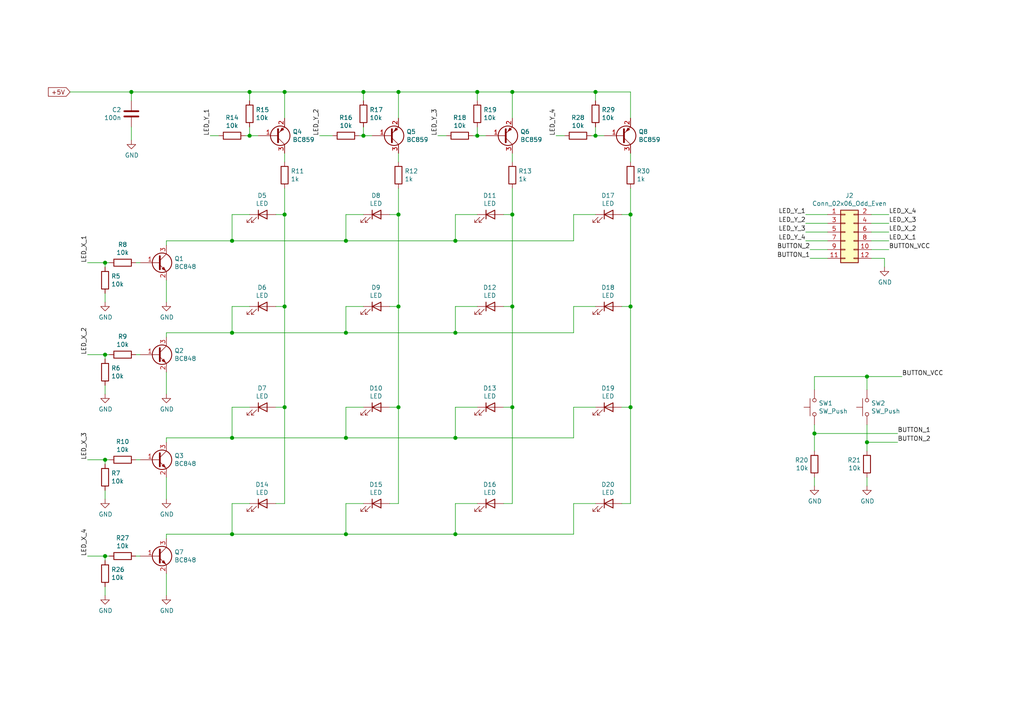
<source format=kicad_sch>
(kicad_sch (version 20210621) (generator eeschema)
  (paper "A4")
  (lib_symbols
    (symbol "Connector_Generic:Conn_02x06_Odd_Even" (pin_names (offset 1.016) hide)
      (property "Reference" "J" (at 1.27 7.62 0))
      (property "Value" "Conn_02x06_Odd_Even" (at 1.27 -10.16 0))
      (symbol "Conn_02x06_Odd_Even_1_1"
        (rectangle (start -1.27 -7.493) (end 0 -7.747) (stroke (width 0.1524)))
        (rectangle (start -1.27 -4.953) (end 0 -5.207) (stroke (width 0.1524)))
        (rectangle (start -1.27 -2.413) (end 0 -2.667) (stroke (width 0.1524)))
        (rectangle (start -1.27 0.127) (end 0 -0.127) (stroke (width 0.1524)))
        (rectangle (start -1.27 2.667) (end 0 2.413) (stroke (width 0.1524)))
        (rectangle (start -1.27 5.207) (end 0 4.953) (stroke (width 0.1524)))
        (rectangle (start 3.81 -7.493) (end 2.54 -7.747) (stroke (width 0.1524)))
        (rectangle (start 3.81 -4.953) (end 2.54 -5.207) (stroke (width 0.1524)))
        (rectangle (start 3.81 -2.413) (end 2.54 -2.667) (stroke (width 0.1524)))
        (rectangle (start 3.81 0.127) (end 2.54 -0.127) (stroke (width 0.1524)))
        (rectangle (start 3.81 2.667) (end 2.54 2.413) (stroke (width 0.1524)))
        (rectangle (start 3.81 5.207) (end 2.54 4.953) (stroke (width 0.1524)))
        (rectangle (start -1.27 6.35) (end 3.81 -8.89) (stroke (width 0.254)) (fill (type background)))
        (pin passive line (at -5.08 5.08 0) (length 3.81) (name "Pin_1") (number "1"))
        (pin passive line (at 7.62 -5.08 180) (length 3.81) (name "Pin_10") (number "10"))
        (pin passive line (at -5.08 -7.62 0) (length 3.81) (name "Pin_11") (number "11"))
        (pin passive line (at 7.62 -7.62 180) (length 3.81) (name "Pin_12") (number "12"))
        (pin passive line (at 7.62 5.08 180) (length 3.81) (name "Pin_2") (number "2"))
        (pin passive line (at -5.08 2.54 0) (length 3.81) (name "Pin_3") (number "3"))
        (pin passive line (at 7.62 2.54 180) (length 3.81) (name "Pin_4") (number "4"))
        (pin passive line (at -5.08 0 0) (length 3.81) (name "Pin_5") (number "5"))
        (pin passive line (at 7.62 0 180) (length 3.81) (name "Pin_6") (number "6"))
        (pin passive line (at -5.08 -2.54 0) (length 3.81) (name "Pin_7") (number "7"))
        (pin passive line (at 7.62 -2.54 180) (length 3.81) (name "Pin_8") (number "8"))
        (pin passive line (at -5.08 -5.08 0) (length 3.81) (name "Pin_9") (number "9"))
      )
    )
    (symbol "Device:C" (pin_numbers hide) (pin_names (offset 0.254))
      (property "Reference" "C" (at 0.635 2.54 0))
      (property "Value" "C" (at 0.635 -2.54 0))
      (symbol "C_0_1"
        (polyline (pts (xy -2.032 -0.762) (xy 2.032 -0.762)) (stroke (width 0.508)))
        (polyline (pts (xy -2.032 0.762) (xy 2.032 0.762)) (stroke (width 0.508)))
      )
      (symbol "C_1_1"
        (pin passive line (at 0 3.81 270) (length 2.794) (name "~") (number "1"))
        (pin passive line (at 0 -3.81 90) (length 2.794) (name "~") (number "2"))
      )
    )
    (symbol "Device:LED" (pin_numbers hide) (pin_names (offset 1.016) hide)
      (property "Reference" "D" (at 0 2.54 0))
      (property "Value" "LED" (at 0 -2.54 0))
      (symbol "LED_0_1"
        (polyline (pts (xy -1.27 -1.27) (xy -1.27 1.27)) (stroke (width 0.254)))
        (polyline (pts (xy -1.27 0) (xy 1.27 0)))
        (polyline (pts (xy 1.27 -1.27) (xy 1.27 1.27) (xy -1.27 0) (xy 1.27 -1.27)) (stroke (width 0.254)))
        (polyline (pts (xy -3.048 -0.762) (xy -4.572 -2.286) (xy -3.81 -2.286) (xy -4.572 -2.286) (xy -4.572 -1.524)))
        (polyline (pts (xy -1.778 -0.762) (xy -3.302 -2.286) (xy -2.54 -2.286) (xy -3.302 -2.286) (xy -3.302 -1.524)))
      )
      (symbol "LED_1_1"
        (pin passive line (at -3.81 0 0) (length 2.54) (name "K") (number "1"))
        (pin passive line (at 3.81 0 180) (length 2.54) (name "A") (number "2"))
      )
    )
    (symbol "Device:R" (pin_numbers hide) (pin_names (offset 0))
      (property "Reference" "R" (at 2.032 0 90))
      (property "Value" "R" (at 0 0 90))
      (symbol "R_0_1"
        (rectangle (start -1.016 -2.54) (end 1.016 2.54) (stroke (width 0.254)))
      )
      (symbol "R_1_1"
        (pin passive line (at 0 3.81 270) (length 1.27) (name "~") (number "1"))
        (pin passive line (at 0 -3.81 90) (length 1.27) (name "~") (number "2"))
      )
    )
    (symbol "Switch:SW_Push" (pin_numbers hide) (pin_names (offset 1.016) hide)
      (property "Reference" "SW" (at 1.27 2.54 0))
      (property "Value" "SW_Push" (at 0 -1.524 0))
      (symbol "SW_Push_0_1"
        (circle (center -2.032 0) (radius 0.508))
        (circle (center 2.032 0) (radius 0.508))
        (polyline (pts (xy 0 1.27) (xy 0 3.048)))
        (polyline (pts (xy 2.54 1.27) (xy -2.54 1.27)))
        (pin passive line (at -5.08 0 0) (length 2.54) (name "1") (number "1"))
        (pin passive line (at 5.08 0 180) (length 2.54) (name "2") (number "2"))
      )
    )
    (symbol "Transistor_BJT:BC848" (pin_names (offset 0) hide)
      (property "Reference" "Q" (at 5.08 1.905 0))
      (property "Value" "BC848" (at 5.08 0 0))
      (symbol "BC848_0_1"
        (circle (center 1.27 0) (radius 2.8194) (stroke (width 0.254)))
        (polyline (pts (xy 0.635 0.635) (xy 2.54 2.54)))
        (polyline (pts (xy 0.635 -0.635) (xy 2.54 -2.54) (xy 2.54 -2.54)))
        (polyline (pts (xy 0.635 1.905) (xy 0.635 -1.905) (xy 0.635 -1.905)) (stroke (width 0.508)))
        (polyline (pts (xy 1.27 -1.778) (xy 1.778 -1.27) (xy 2.286 -2.286) (xy 1.27 -1.778) (xy 1.27 -1.778)) (fill (type outline)))
      )
      (symbol "BC848_1_1"
        (pin input line (at -5.08 0 0) (length 5.715) (name "B") (number "1"))
        (pin passive line (at 2.54 -5.08 90) (length 2.54) (name "E") (number "2"))
        (pin passive line (at 2.54 5.08 270) (length 2.54) (name "C") (number "3"))
      )
    )
    (symbol "Transistor_BJT:BC859" (pin_names (offset 0) hide)
      (property "Reference" "Q" (at 5.08 1.905 0))
      (property "Value" "BC859" (at 5.08 0 0))
      (symbol "BC859_0_1"
        (circle (center 1.27 0) (radius 2.8194) (stroke (width 0.254)))
        (polyline (pts (xy 0.635 0.635) (xy 2.54 2.54)))
        (polyline (pts (xy 0.635 -0.635) (xy 2.54 -2.54) (xy 2.54 -2.54)))
        (polyline (pts (xy 0.635 1.905) (xy 0.635 -1.905) (xy 0.635 -1.905)) (stroke (width 0.508)))
        (polyline (pts (xy 2.286 -1.778) (xy 1.778 -2.286) (xy 1.27 -1.27) (xy 2.286 -1.778) (xy 2.286 -1.778)) (fill (type outline)))
      )
      (symbol "BC859_1_1"
        (pin input line (at -5.08 0 0) (length 5.715) (name "B") (number "1"))
        (pin passive line (at 2.54 -5.08 90) (length 2.54) (name "E") (number "2"))
        (pin passive line (at 2.54 5.08 270) (length 2.54) (name "C") (number "3"))
      )
    )
    (symbol "power:GND" (power) (pin_names (offset 0))
      (property "Value" "GND" (at 0 -3.81 0))
      (symbol "GND_0_1"
        (polyline (pts (xy 0 0) (xy 0 -1.27) (xy 1.27 -1.27) (xy 0 -2.54) (xy -1.27 -1.27) (xy 0 -1.27)))
      )
      (symbol "GND_1_1"
        (pin power_in line (at 0 0 270) (length 0) hide (name "GND") (number "1"))
      )
    )
  )
  (junction (at 30.48 76.2) (diameter 1.016))
  (junction (at 30.48 102.87) (diameter 1.016))
  (junction (at 30.48 133.35) (diameter 1.016))
  (junction (at 30.48 161.29) (diameter 1.016))
  (junction (at 38.1 26.67) (diameter 1.016))
  (junction (at 67.31 69.85) (diameter 1.016))
  (junction (at 67.31 96.52) (diameter 1.016))
  (junction (at 67.31 127) (diameter 1.016))
  (junction (at 67.31 154.94) (diameter 1.016))
  (junction (at 72.39 26.67) (diameter 1.016))
  (junction (at 72.39 39.37) (diameter 1.016))
  (junction (at 82.55 26.67) (diameter 1.016))
  (junction (at 82.55 62.23) (diameter 1.016))
  (junction (at 82.55 88.9) (diameter 1.016))
  (junction (at 82.55 118.11) (diameter 1.016))
  (junction (at 100.33 69.85) (diameter 1.016))
  (junction (at 100.33 96.52) (diameter 1.016))
  (junction (at 100.33 127) (diameter 1.016))
  (junction (at 100.33 154.94) (diameter 1.016))
  (junction (at 105.41 26.67) (diameter 1.016))
  (junction (at 105.41 39.37) (diameter 1.016))
  (junction (at 115.57 26.67) (diameter 1.016))
  (junction (at 115.57 62.23) (diameter 1.016))
  (junction (at 115.57 88.9) (diameter 1.016))
  (junction (at 115.57 118.11) (diameter 1.016))
  (junction (at 132.08 69.85) (diameter 1.016))
  (junction (at 132.08 96.52) (diameter 1.016))
  (junction (at 132.08 127) (diameter 1.016))
  (junction (at 132.08 154.94) (diameter 1.016))
  (junction (at 138.43 26.67) (diameter 1.016))
  (junction (at 138.43 39.37) (diameter 1.016))
  (junction (at 148.59 26.67) (diameter 1.016))
  (junction (at 148.59 62.23) (diameter 1.016))
  (junction (at 148.59 88.9) (diameter 1.016))
  (junction (at 148.59 118.11) (diameter 1.016))
  (junction (at 172.72 26.67) (diameter 1.016))
  (junction (at 172.72 39.37) (diameter 1.016))
  (junction (at 182.88 62.23) (diameter 1.016))
  (junction (at 182.88 88.9) (diameter 1.016))
  (junction (at 182.88 118.11) (diameter 1.016))
  (junction (at 236.22 125.73) (diameter 1.016))
  (junction (at 251.46 109.22) (diameter 1.016))
  (junction (at 251.46 128.27) (diameter 1.016))
  (wire (pts (xy 20.32 26.67) (xy 38.1 26.67)))
  (wire (pts (xy 30.48 76.2) (xy 25.4 76.2)))
  (wire (pts (xy 30.48 76.2) (xy 30.48 77.47)))
  (wire (pts (xy 30.48 85.09) (xy 30.48 87.63)))
  (wire (pts (xy 30.48 102.87) (xy 25.4 102.87)))
  (wire (pts (xy 30.48 102.87) (xy 30.48 104.14)))
  (wire (pts (xy 30.48 111.76) (xy 30.48 114.3)))
  (wire (pts (xy 30.48 133.35) (xy 25.4 133.35)))
  (wire (pts (xy 30.48 133.35) (xy 30.48 134.62)))
  (wire (pts (xy 30.48 142.24) (xy 30.48 144.78)))
  (wire (pts (xy 30.48 161.29) (xy 25.4 161.29)))
  (wire (pts (xy 30.48 161.29) (xy 30.48 162.56)))
  (wire (pts (xy 30.48 170.18) (xy 30.48 172.72)))
  (wire (pts (xy 31.75 76.2) (xy 30.48 76.2)))
  (wire (pts (xy 31.75 102.87) (xy 30.48 102.87)))
  (wire (pts (xy 31.75 133.35) (xy 30.48 133.35)))
  (wire (pts (xy 31.75 161.29) (xy 30.48 161.29)))
  (wire (pts (xy 38.1 26.67) (xy 72.39 26.67)))
  (wire (pts (xy 38.1 29.21) (xy 38.1 26.67)))
  (wire (pts (xy 38.1 36.83) (xy 38.1 40.64)))
  (wire (pts (xy 40.64 76.2) (xy 39.37 76.2)))
  (wire (pts (xy 40.64 102.87) (xy 39.37 102.87)))
  (wire (pts (xy 40.64 133.35) (xy 39.37 133.35)))
  (wire (pts (xy 40.64 161.29) (xy 39.37 161.29)))
  (wire (pts (xy 48.26 69.85) (xy 48.26 71.12)))
  (wire (pts (xy 48.26 69.85) (xy 67.31 69.85)))
  (wire (pts (xy 48.26 87.63) (xy 48.26 81.28)))
  (wire (pts (xy 48.26 96.52) (xy 48.26 97.79)))
  (wire (pts (xy 48.26 96.52) (xy 67.31 96.52)))
  (wire (pts (xy 48.26 114.3) (xy 48.26 107.95)))
  (wire (pts (xy 48.26 127) (xy 48.26 128.27)))
  (wire (pts (xy 48.26 127) (xy 67.31 127)))
  (wire (pts (xy 48.26 144.78) (xy 48.26 138.43)))
  (wire (pts (xy 48.26 154.94) (xy 48.26 156.21)))
  (wire (pts (xy 48.26 154.94) (xy 67.31 154.94)))
  (wire (pts (xy 48.26 172.72) (xy 48.26 166.37)))
  (wire (pts (xy 63.5 39.37) (xy 60.96 39.37)))
  (wire (pts (xy 67.31 62.23) (xy 67.31 69.85)))
  (wire (pts (xy 67.31 62.23) (xy 72.39 62.23)))
  (wire (pts (xy 67.31 88.9) (xy 67.31 96.52)))
  (wire (pts (xy 67.31 118.11) (xy 67.31 127)))
  (wire (pts (xy 67.31 118.11) (xy 72.39 118.11)))
  (wire (pts (xy 67.31 127) (xy 100.33 127)))
  (wire (pts (xy 67.31 146.05) (xy 67.31 154.94)))
  (wire (pts (xy 67.31 146.05) (xy 72.39 146.05)))
  (wire (pts (xy 67.31 154.94) (xy 100.33 154.94)))
  (wire (pts (xy 72.39 26.67) (xy 82.55 26.67)))
  (wire (pts (xy 72.39 29.21) (xy 72.39 26.67)))
  (wire (pts (xy 72.39 36.83) (xy 72.39 39.37)))
  (wire (pts (xy 72.39 39.37) (xy 71.12 39.37)))
  (wire (pts (xy 72.39 88.9) (xy 67.31 88.9)))
  (wire (pts (xy 74.93 39.37) (xy 72.39 39.37)))
  (wire (pts (xy 80.01 62.23) (xy 82.55 62.23)))
  (wire (pts (xy 80.01 88.9) (xy 82.55 88.9)))
  (wire (pts (xy 82.55 26.67) (xy 82.55 34.29)))
  (wire (pts (xy 82.55 26.67) (xy 105.41 26.67)))
  (wire (pts (xy 82.55 44.45) (xy 82.55 46.99)))
  (wire (pts (xy 82.55 54.61) (xy 82.55 62.23)))
  (wire (pts (xy 82.55 62.23) (xy 82.55 88.9)))
  (wire (pts (xy 82.55 88.9) (xy 82.55 118.11)))
  (wire (pts (xy 82.55 118.11) (xy 80.01 118.11)))
  (wire (pts (xy 82.55 118.11) (xy 82.55 146.05)))
  (wire (pts (xy 82.55 146.05) (xy 80.01 146.05)))
  (wire (pts (xy 96.52 39.37) (xy 92.71 39.37)))
  (wire (pts (xy 100.33 62.23) (xy 100.33 69.85)))
  (wire (pts (xy 100.33 69.85) (xy 67.31 69.85)))
  (wire (pts (xy 100.33 88.9) (xy 100.33 96.52)))
  (wire (pts (xy 100.33 96.52) (xy 67.31 96.52)))
  (wire (pts (xy 100.33 118.11) (xy 100.33 127)))
  (wire (pts (xy 100.33 127) (xy 132.08 127)))
  (wire (pts (xy 100.33 146.05) (xy 100.33 154.94)))
  (wire (pts (xy 100.33 154.94) (xy 132.08 154.94)))
  (wire (pts (xy 105.41 26.67) (xy 115.57 26.67)))
  (wire (pts (xy 105.41 29.21) (xy 105.41 26.67)))
  (wire (pts (xy 105.41 36.83) (xy 105.41 39.37)))
  (wire (pts (xy 105.41 39.37) (xy 104.14 39.37)))
  (wire (pts (xy 105.41 62.23) (xy 100.33 62.23)))
  (wire (pts (xy 105.41 88.9) (xy 100.33 88.9)))
  (wire (pts (xy 105.41 118.11) (xy 100.33 118.11)))
  (wire (pts (xy 105.41 146.05) (xy 100.33 146.05)))
  (wire (pts (xy 107.95 39.37) (xy 105.41 39.37)))
  (wire (pts (xy 113.03 62.23) (xy 115.57 62.23)))
  (wire (pts (xy 113.03 88.9) (xy 115.57 88.9)))
  (wire (pts (xy 115.57 26.67) (xy 115.57 34.29)))
  (wire (pts (xy 115.57 26.67) (xy 138.43 26.67)))
  (wire (pts (xy 115.57 44.45) (xy 115.57 46.99)))
  (wire (pts (xy 115.57 54.61) (xy 115.57 62.23)))
  (wire (pts (xy 115.57 62.23) (xy 115.57 88.9)))
  (wire (pts (xy 115.57 88.9) (xy 115.57 118.11)))
  (wire (pts (xy 115.57 118.11) (xy 113.03 118.11)))
  (wire (pts (xy 115.57 118.11) (xy 115.57 146.05)))
  (wire (pts (xy 115.57 146.05) (xy 113.03 146.05)))
  (wire (pts (xy 129.54 39.37) (xy 127 39.37)))
  (wire (pts (xy 132.08 62.23) (xy 132.08 69.85)))
  (wire (pts (xy 132.08 69.85) (xy 100.33 69.85)))
  (wire (pts (xy 132.08 69.85) (xy 166.37 69.85)))
  (wire (pts (xy 132.08 88.9) (xy 132.08 96.52)))
  (wire (pts (xy 132.08 96.52) (xy 100.33 96.52)))
  (wire (pts (xy 132.08 96.52) (xy 166.37 96.52)))
  (wire (pts (xy 132.08 118.11) (xy 132.08 127)))
  (wire (pts (xy 132.08 118.11) (xy 138.43 118.11)))
  (wire (pts (xy 132.08 127) (xy 166.37 127)))
  (wire (pts (xy 132.08 146.05) (xy 132.08 154.94)))
  (wire (pts (xy 132.08 146.05) (xy 138.43 146.05)))
  (wire (pts (xy 132.08 154.94) (xy 166.37 154.94)))
  (wire (pts (xy 138.43 26.67) (xy 148.59 26.67)))
  (wire (pts (xy 138.43 29.21) (xy 138.43 26.67)))
  (wire (pts (xy 138.43 36.83) (xy 138.43 39.37)))
  (wire (pts (xy 138.43 39.37) (xy 137.16 39.37)))
  (wire (pts (xy 138.43 62.23) (xy 132.08 62.23)))
  (wire (pts (xy 138.43 88.9) (xy 132.08 88.9)))
  (wire (pts (xy 140.97 39.37) (xy 138.43 39.37)))
  (wire (pts (xy 146.05 62.23) (xy 148.59 62.23)))
  (wire (pts (xy 146.05 88.9) (xy 148.59 88.9)))
  (wire (pts (xy 148.59 26.67) (xy 148.59 34.29)))
  (wire (pts (xy 148.59 26.67) (xy 172.72 26.67)))
  (wire (pts (xy 148.59 44.45) (xy 148.59 46.99)))
  (wire (pts (xy 148.59 54.61) (xy 148.59 62.23)))
  (wire (pts (xy 148.59 62.23) (xy 148.59 88.9)))
  (wire (pts (xy 148.59 88.9) (xy 148.59 118.11)))
  (wire (pts (xy 148.59 118.11) (xy 146.05 118.11)))
  (wire (pts (xy 148.59 118.11) (xy 148.59 146.05)))
  (wire (pts (xy 148.59 146.05) (xy 146.05 146.05)))
  (wire (pts (xy 163.83 39.37) (xy 161.29 39.37)))
  (wire (pts (xy 166.37 62.23) (xy 166.37 69.85)))
  (wire (pts (xy 166.37 88.9) (xy 166.37 96.52)))
  (wire (pts (xy 166.37 118.11) (xy 166.37 127)))
  (wire (pts (xy 166.37 118.11) (xy 172.72 118.11)))
  (wire (pts (xy 166.37 146.05) (xy 166.37 154.94)))
  (wire (pts (xy 166.37 146.05) (xy 172.72 146.05)))
  (wire (pts (xy 172.72 26.67) (xy 182.88 26.67)))
  (wire (pts (xy 172.72 29.21) (xy 172.72 26.67)))
  (wire (pts (xy 172.72 36.83) (xy 172.72 39.37)))
  (wire (pts (xy 172.72 39.37) (xy 171.45 39.37)))
  (wire (pts (xy 172.72 62.23) (xy 166.37 62.23)))
  (wire (pts (xy 172.72 88.9) (xy 166.37 88.9)))
  (wire (pts (xy 175.26 39.37) (xy 172.72 39.37)))
  (wire (pts (xy 180.34 62.23) (xy 182.88 62.23)))
  (wire (pts (xy 180.34 88.9) (xy 182.88 88.9)))
  (wire (pts (xy 182.88 26.67) (xy 182.88 34.29)))
  (wire (pts (xy 182.88 44.45) (xy 182.88 46.99)))
  (wire (pts (xy 182.88 54.61) (xy 182.88 62.23)))
  (wire (pts (xy 182.88 62.23) (xy 182.88 88.9)))
  (wire (pts (xy 182.88 88.9) (xy 182.88 118.11)))
  (wire (pts (xy 182.88 118.11) (xy 180.34 118.11)))
  (wire (pts (xy 182.88 118.11) (xy 182.88 146.05)))
  (wire (pts (xy 182.88 146.05) (xy 180.34 146.05)))
  (wire (pts (xy 236.22 109.22) (xy 236.22 113.03)))
  (wire (pts (xy 236.22 123.19) (xy 236.22 125.73)))
  (wire (pts (xy 236.22 125.73) (xy 236.22 130.81)))
  (wire (pts (xy 236.22 138.43) (xy 236.22 140.97)))
  (wire (pts (xy 240.03 62.23) (xy 233.68 62.23)))
  (wire (pts (xy 240.03 64.77) (xy 233.68 64.77)))
  (wire (pts (xy 240.03 67.31) (xy 233.68 67.31)))
  (wire (pts (xy 240.03 69.85) (xy 233.68 69.85)))
  (wire (pts (xy 240.03 72.39) (xy 234.95 72.39)))
  (wire (pts (xy 240.03 74.93) (xy 234.95 74.93)))
  (wire (pts (xy 251.46 109.22) (xy 236.22 109.22)))
  (wire (pts (xy 251.46 109.22) (xy 251.46 113.03)))
  (wire (pts (xy 251.46 123.19) (xy 251.46 128.27)))
  (wire (pts (xy 251.46 128.27) (xy 251.46 130.81)))
  (wire (pts (xy 251.46 138.43) (xy 251.46 140.97)))
  (wire (pts (xy 252.73 62.23) (xy 257.81 62.23)))
  (wire (pts (xy 252.73 64.77) (xy 257.81 64.77)))
  (wire (pts (xy 252.73 67.31) (xy 257.81 67.31)))
  (wire (pts (xy 252.73 69.85) (xy 257.81 69.85)))
  (wire (pts (xy 252.73 72.39) (xy 257.81 72.39)))
  (wire (pts (xy 252.73 74.93) (xy 256.54 74.93)))
  (wire (pts (xy 256.54 74.93) (xy 256.54 77.47)))
  (wire (pts (xy 260.35 125.73) (xy 236.22 125.73)))
  (wire (pts (xy 260.35 128.27) (xy 251.46 128.27)))
  (wire (pts (xy 261.62 109.22) (xy 251.46 109.22)))
  (label "LED_X_1" (at 25.4 76.2 90))
  (label "LED_X_2" (at 25.4 102.87 90))
  (label "LED_X_3" (at 25.4 133.35 90))
  (label "LED_X_4" (at 25.4 161.29 90))
  (label "LED_Y_1" (at 60.96 39.37 90))
  (label "LED_Y_2" (at 92.71 39.37 90))
  (label "LED_Y_3" (at 127 39.37 90))
  (label "LED_Y_4" (at 161.29 39.37 90))
  (label "LED_Y_1" (at 233.68 62.23 180))
  (label "LED_Y_2" (at 233.68 64.77 180))
  (label "LED_Y_3" (at 233.68 67.31 180))
  (label "LED_Y_4" (at 233.68 69.85 180))
  (label "BUTTON_2" (at 234.95 72.39 180))
  (label "BUTTON_1" (at 234.95 74.93 180))
  (label "LED_X_4" (at 257.81 62.23 0))
  (label "LED_X_3" (at 257.81 64.77 0))
  (label "LED_X_2" (at 257.81 67.31 0))
  (label "LED_X_1" (at 257.81 69.85 0))
  (label "BUTTON_VCC" (at 257.81 72.39 0))
  (label "BUTTON_1" (at 260.35 125.73 0))
  (label "BUTTON_2" (at 260.35 128.27 0))
  (label "BUTTON_VCC" (at 261.62 109.22 0))
  (global_label "+5V" (shape input) (at 20.32 26.67 180) (property "Intersheet References" "${INTERSHEET_REFS}" (effects hide)))
  (symbol (lib_id "power:GND") (at 30.48 87.63 0) (unit 1)
    (property "Reference" "#PWR018" (effects hide))
    (property "Value" "GND" (at 30.607 92.0242 0))
  )
  (symbol (lib_id "power:GND") (at 30.48 114.3 0) (unit 1)
    (property "Reference" "#PWR019" (effects hide))
    (property "Value" "GND" (at 30.607 118.6942 0))
  )
  (symbol (lib_id "power:GND") (at 30.48 144.78 0) (unit 1)
    (property "Reference" "#PWR020" (effects hide))
    (property "Value" "GND" (at 30.607 149.1742 0))
  )
  (symbol (lib_id "power:GND") (at 30.48 172.72 0) (unit 1)
    (property "Reference" "#PWR03" (effects hide))
    (property "Value" "GND" (at 30.607 177.1142 0))
  )
  (symbol (lib_id "power:GND") (at 38.1 40.64 0) (unit 1)
    (property "Reference" "#PWR07" (effects hide))
    (property "Value" "GND" (at 38.227 45.0342 0))
  )
  (symbol (lib_id "power:GND") (at 48.26 87.63 0) (unit 1)
    (property "Reference" "#PWR021" (effects hide))
    (property "Value" "GND" (at 48.387 92.0242 0))
  )
  (symbol (lib_id "power:GND") (at 48.26 114.3 0) (unit 1)
    (property "Reference" "#PWR022" (effects hide))
    (property "Value" "GND" (at 48.387 118.6942 0))
  )
  (symbol (lib_id "power:GND") (at 48.26 144.78 0) (unit 1)
    (property "Reference" "#PWR023" (effects hide))
    (property "Value" "GND" (at 48.387 149.1742 0))
  )
  (symbol (lib_id "power:GND") (at 48.26 172.72 0) (unit 1)
    (property "Reference" "#PWR04" (effects hide))
    (property "Value" "GND" (at 48.387 177.1142 0))
  )
  (symbol (lib_id "power:GND") (at 236.22 140.97 0) (unit 1)
    (property "Reference" "#PWR024" (effects hide))
    (property "Value" "GND" (at 236.347 145.3642 0))
  )
  (symbol (lib_id "power:GND") (at 251.46 140.97 0) (unit 1)
    (property "Reference" "#PWR025" (effects hide))
    (property "Value" "GND" (at 251.587 145.3642 0))
  )
  (symbol (lib_id "power:GND") (at 256.54 77.47 0) (unit 1)
    (property "Reference" "#PWR026" (effects hide))
    (property "Value" "GND" (at 256.667 81.8642 0))
  )
  (symbol (lib_id "Device:R") (at 30.48 81.28 180) (unit 1)
    (property "Reference" "R5" (at 32.258 80.1116 0) (effects (justify right)))
    (property "Value" "10k" (at 32.258 82.423 0) (effects (justify right)))
    (property "Footprint" "Resistor_SMD:R_0402_1005Metric" (effects hide))
  )
  (symbol (lib_id "Device:R") (at 30.48 107.95 180) (unit 1)
    (property "Reference" "R6" (at 32.258 106.7816 0) (effects (justify right)))
    (property "Value" "10k" (at 32.258 109.093 0) (effects (justify right)))
    (property "Footprint" "Resistor_SMD:R_0402_1005Metric" (effects hide))
  )
  (symbol (lib_id "Device:R") (at 30.48 138.43 180) (unit 1)
    (property "Reference" "R7" (at 32.258 137.2616 0) (effects (justify right)))
    (property "Value" "10k" (at 32.258 139.573 0) (effects (justify right)))
    (property "Footprint" "Resistor_SMD:R_0402_1005Metric" (effects hide))
  )
  (symbol (lib_id "Device:R") (at 30.48 166.37 180) (unit 1)
    (property "Reference" "R26" (at 32.258 165.2016 0) (effects (justify right)))
    (property "Value" "10k" (at 32.258 167.513 0) (effects (justify right)))
    (property "Footprint" "Resistor_SMD:R_0402_1005Metric" (effects hide))
  )
  (symbol (lib_id "Device:R") (at 35.56 76.2 270) (unit 1)
    (property "Reference" "R8" (at 35.56 70.9422 90))
    (property "Value" "10k" (at 35.56 73.2536 90))
    (property "Footprint" "Resistor_SMD:R_0402_1005Metric" (effects hide))
  )
  (symbol (lib_id "Device:R") (at 35.56 102.87 270) (unit 1)
    (property "Reference" "R9" (at 35.56 97.6122 90))
    (property "Value" "10k" (at 35.56 99.9236 90))
    (property "Footprint" "Resistor_SMD:R_0402_1005Metric" (effects hide))
  )
  (symbol (lib_id "Device:R") (at 35.56 133.35 270) (unit 1)
    (property "Reference" "R10" (at 35.56 128.0922 90))
    (property "Value" "10k" (at 35.56 130.4036 90))
    (property "Footprint" "Resistor_SMD:R_0402_1005Metric" (effects hide))
  )
  (symbol (lib_id "Device:R") (at 35.56 161.29 270) (unit 1)
    (property "Reference" "R27" (at 35.56 156.0322 90))
    (property "Value" "10k" (at 35.56 158.3436 90))
    (property "Footprint" "Resistor_SMD:R_0402_1005Metric" (effects hide))
  )
  (symbol (lib_id "Device:R") (at 67.31 39.37 270) (unit 1)
    (property "Reference" "R14" (at 67.31 34.1122 90))
    (property "Value" "10k" (at 67.31 36.4236 90))
    (property "Footprint" "Resistor_SMD:R_0402_1005Metric" (effects hide))
  )
  (symbol (lib_id "Device:R") (at 72.39 33.02 0) (unit 1)
    (property "Reference" "R15" (at 74.168 31.8516 0) (effects (justify left)))
    (property "Value" "10k" (at 74.168 34.163 0) (effects (justify left)))
    (property "Footprint" "Resistor_SMD:R_0402_1005Metric" (effects hide))
  )
  (symbol (lib_id "Device:R") (at 82.55 50.8 0) (unit 1)
    (property "Reference" "R11" (at 84.328 49.6316 0) (effects (justify left)))
    (property "Value" "1k" (at 84.328 51.943 0) (effects (justify left)))
    (property "Footprint" "Resistor_SMD:R_0805_2012Metric_Pad1.15x1.40mm_HandSolder" (effects hide))
  )
  (symbol (lib_id "Device:R") (at 100.33 39.37 270) (unit 1)
    (property "Reference" "R16" (at 100.33 34.1122 90))
    (property "Value" "10k" (at 100.33 36.4236 90))
    (property "Footprint" "Resistor_SMD:R_0402_1005Metric" (effects hide))
  )
  (symbol (lib_id "Device:R") (at 105.41 33.02 0) (unit 1)
    (property "Reference" "R17" (at 107.188 31.8516 0) (effects (justify left)))
    (property "Value" "10k" (at 107.188 34.163 0) (effects (justify left)))
    (property "Footprint" "Resistor_SMD:R_0402_1005Metric" (effects hide))
  )
  (symbol (lib_id "Device:R") (at 115.57 50.8 0) (unit 1)
    (property "Reference" "R12" (at 117.348 49.6316 0) (effects (justify left)))
    (property "Value" "1k" (at 117.348 51.943 0) (effects (justify left)))
    (property "Footprint" "Resistor_SMD:R_0805_2012Metric_Pad1.15x1.40mm_HandSolder" (effects hide))
  )
  (symbol (lib_id "Device:R") (at 133.35 39.37 270) (unit 1)
    (property "Reference" "R18" (at 133.35 34.1122 90))
    (property "Value" "10k" (at 133.35 36.4236 90))
    (property "Footprint" "Resistor_SMD:R_0402_1005Metric" (effects hide))
  )
  (symbol (lib_id "Device:R") (at 138.43 33.02 0) (unit 1)
    (property "Reference" "R19" (at 140.208 31.8516 0) (effects (justify left)))
    (property "Value" "10k" (at 140.208 34.163 0) (effects (justify left)))
    (property "Footprint" "Resistor_SMD:R_0402_1005Metric" (effects hide))
  )
  (symbol (lib_id "Device:R") (at 148.59 50.8 0) (unit 1)
    (property "Reference" "R13" (at 150.368 49.6316 0) (effects (justify left)))
    (property "Value" "1k" (at 150.368 51.943 0) (effects (justify left)))
    (property "Footprint" "Resistor_SMD:R_0805_2012Metric_Pad1.15x1.40mm_HandSolder" (effects hide))
  )
  (symbol (lib_id "Device:R") (at 167.64 39.37 270) (unit 1)
    (property "Reference" "R28" (at 167.64 34.1122 90))
    (property "Value" "10k" (at 167.64 36.4236 90))
    (property "Footprint" "Resistor_SMD:R_0402_1005Metric" (effects hide))
  )
  (symbol (lib_id "Device:R") (at 172.72 33.02 0) (unit 1)
    (property "Reference" "R29" (at 174.498 31.8516 0) (effects (justify left)))
    (property "Value" "10k" (at 174.498 34.163 0) (effects (justify left)))
    (property "Footprint" "Resistor_SMD:R_0402_1005Metric" (effects hide))
  )
  (symbol (lib_id "Device:R") (at 182.88 50.8 0) (unit 1)
    (property "Reference" "R30" (at 184.658 49.6316 0) (effects (justify left)))
    (property "Value" "1k" (at 184.658 51.943 0) (effects (justify left)))
    (property "Footprint" "Resistor_SMD:R_0805_2012Metric_Pad1.15x1.40mm_HandSolder" (effects hide))
  )
  (symbol (lib_id "Device:R") (at 236.22 134.62 0) (unit 1)
    (property "Reference" "R20" (at 234.4674 133.4516 0) (effects (justify right)))
    (property "Value" "10k" (at 234.4674 135.763 0) (effects (justify right)))
    (property "Footprint" "Resistor_SMD:R_0805_2012Metric_Pad1.15x1.40mm_HandSolder" (effects hide))
  )
  (symbol (lib_id "Device:R") (at 251.46 134.62 0) (unit 1)
    (property "Reference" "R21" (at 249.7074 133.4516 0) (effects (justify right)))
    (property "Value" "10k" (at 249.7074 135.763 0) (effects (justify right)))
    (property "Footprint" "Resistor_SMD:R_0805_2012Metric_Pad1.15x1.40mm_HandSolder" (effects hide))
  )
  (symbol (lib_id "Device:LED") (at 76.2 62.23 0) (unit 1)
    (property "Reference" "D5" (at 76.0222 56.7182 0))
    (property "Value" "LED" (at 76.0222 59.0296 0))
    (property "Footprint" "LED_THT:LED_D4.0mm" (effects hide))
  )
  (symbol (lib_id "Device:LED") (at 76.2 88.9 0) (unit 1)
    (property "Reference" "D6" (at 76.0222 83.3882 0))
    (property "Value" "LED" (at 76.0222 85.6996 0))
    (property "Footprint" "LED_THT:LED_D4.0mm" (effects hide))
  )
  (symbol (lib_id "Device:LED") (at 76.2 118.11 0) (unit 1)
    (property "Reference" "D7" (at 76.0222 112.5982 0))
    (property "Value" "LED" (at 76.0222 114.9096 0))
    (property "Footprint" "LED_THT:LED_D4.0mm" (effects hide))
  )
  (symbol (lib_id "Device:LED") (at 76.2 146.05 0) (unit 1)
    (property "Reference" "D14" (at 76.0222 140.5382 0))
    (property "Value" "LED" (at 76.0222 142.8496 0))
    (property "Footprint" "LED_THT:LED_D4.0mm" (effects hide))
  )
  (symbol (lib_id "Device:LED") (at 109.22 62.23 0) (unit 1)
    (property "Reference" "D8" (at 109.0422 56.7182 0))
    (property "Value" "LED" (at 109.0422 59.0296 0))
    (property "Footprint" "LED_THT:LED_D4.0mm" (effects hide))
  )
  (symbol (lib_id "Device:LED") (at 109.22 88.9 0) (unit 1)
    (property "Reference" "D9" (at 109.0422 83.3882 0))
    (property "Value" "LED" (at 109.0422 85.6996 0))
    (property "Footprint" "LED_THT:LED_D4.0mm" (effects hide))
  )
  (symbol (lib_id "Device:LED") (at 109.22 118.11 0) (unit 1)
    (property "Reference" "D10" (at 109.0422 112.5982 0))
    (property "Value" "LED" (at 109.0422 114.9096 0))
    (property "Footprint" "LED_THT:LED_D4.0mm" (effects hide))
  )
  (symbol (lib_id "Device:LED") (at 109.22 146.05 0) (unit 1)
    (property "Reference" "D15" (at 109.0422 140.5382 0))
    (property "Value" "LED" (at 109.0422 142.8496 0))
    (property "Footprint" "LED_THT:LED_D4.0mm" (effects hide))
  )
  (symbol (lib_id "Device:LED") (at 142.24 62.23 0) (unit 1)
    (property "Reference" "D11" (at 142.0622 56.7182 0))
    (property "Value" "LED" (at 142.0622 59.0296 0))
    (property "Footprint" "LED_THT:LED_D4.0mm" (effects hide))
  )
  (symbol (lib_id "Device:LED") (at 142.24 88.9 0) (unit 1)
    (property "Reference" "D12" (at 142.0622 83.3882 0))
    (property "Value" "LED" (at 142.0622 85.6996 0))
    (property "Footprint" "LED_THT:LED_D4.0mm" (effects hide))
  )
  (symbol (lib_id "Device:LED") (at 142.24 118.11 0) (unit 1)
    (property "Reference" "D13" (at 142.0622 112.5982 0))
    (property "Value" "LED" (at 142.0622 114.9096 0))
    (property "Footprint" "LED_THT:LED_D4.0mm" (effects hide))
  )
  (symbol (lib_id "Device:LED") (at 142.24 146.05 0) (unit 1)
    (property "Reference" "D16" (at 142.0622 140.5382 0))
    (property "Value" "LED" (at 142.0622 142.8496 0))
    (property "Footprint" "LED_THT:LED_D4.0mm" (effects hide))
  )
  (symbol (lib_id "Device:LED") (at 176.53 62.23 0) (unit 1)
    (property "Reference" "D17" (at 176.3522 56.7182 0))
    (property "Value" "LED" (at 176.3522 59.0296 0))
    (property "Footprint" "LED_THT:LED_D4.0mm" (effects hide))
  )
  (symbol (lib_id "Device:LED") (at 176.53 88.9 0) (unit 1)
    (property "Reference" "D18" (at 176.3522 83.3882 0))
    (property "Value" "LED" (at 176.3522 85.6996 0))
    (property "Footprint" "LED_THT:LED_D4.0mm" (effects hide))
  )
  (symbol (lib_id "Device:LED") (at 176.53 118.11 0) (unit 1)
    (property "Reference" "D19" (at 176.3522 112.5982 0))
    (property "Value" "LED" (at 176.3522 114.9096 0))
    (property "Footprint" "LED_THT:LED_D4.0mm" (effects hide))
  )
  (symbol (lib_id "Device:LED") (at 176.53 146.05 0) (unit 1)
    (property "Reference" "D20" (at 176.3522 140.5382 0))
    (property "Value" "LED" (at 176.3522 142.8496 0))
    (property "Footprint" "LED_THT:LED_D4.0mm" (effects hide))
  )
  (symbol (lib_id "Device:C") (at 38.1 33.02 0) (unit 1)
    (property "Reference" "C2" (at 35.179 31.8516 0) (effects (justify right)))
    (property "Value" "100n" (at 35.179 34.163 0) (effects (justify right)))
    (property "Footprint" "Capacitor_SMD:C_0805_2012Metric_Pad1.15x1.40mm_HandSolder" (effects hide))
  )
  (symbol (lib_id "Switch:SW_Push") (at 236.22 118.11 90) (unit 1)
    (property "Reference" "SW1" (at 237.4392 116.9416 90) (effects (justify right)))
    (property "Value" "SW_Push" (at 237.4392 119.253 90) (effects (justify right)))
    (property "Footprint" "Button_Switch_SMD:SW_SPST_PTS645" (effects hide))
  )
  (symbol (lib_id "Switch:SW_Push") (at 251.46 118.11 90) (unit 1)
    (property "Reference" "SW2" (at 252.6792 116.9416 90) (effects (justify right)))
    (property "Value" "SW_Push" (at 252.6792 119.253 90) (effects (justify right)))
    (property "Footprint" "Button_Switch_SMD:SW_SPST_PTS645" (effects hide))
  )
  (symbol (lib_id "Transistor_BJT:BC848") (at 45.72 76.2 0) (unit 1)
    (property "Reference" "Q1" (at 50.5714 75.0316 0) (effects (justify left)))
    (property "Value" "BC848" (at 50.5714 77.343 0) (effects (justify left)))
    (property "Footprint" "Package_TO_SOT_SMD:SOT-23" (effects hide))
    (property "Datasheet" "http://www.infineon.com/dgdl/Infineon-BC847SERIES_BC848SERIES_BC849SERIES_BC850SERIES-DS-v01_01-en.pdf?fileId=db3a304314dca389011541d4630a1657" (effects hide))
  )
  (symbol (lib_id "Transistor_BJT:BC848") (at 45.72 102.87 0) (unit 1)
    (property "Reference" "Q2" (at 50.5714 101.7016 0) (effects (justify left)))
    (property "Value" "BC848" (at 50.5714 104.013 0) (effects (justify left)))
    (property "Footprint" "Package_TO_SOT_SMD:SOT-23" (effects hide))
    (property "Datasheet" "http://www.infineon.com/dgdl/Infineon-BC847SERIES_BC848SERIES_BC849SERIES_BC850SERIES-DS-v01_01-en.pdf?fileId=db3a304314dca389011541d4630a1657" (effects hide))
  )
  (symbol (lib_id "Transistor_BJT:BC848") (at 45.72 133.35 0) (unit 1)
    (property "Reference" "Q3" (at 50.5714 132.1816 0) (effects (justify left)))
    (property "Value" "BC848" (at 50.5714 134.493 0) (effects (justify left)))
    (property "Footprint" "Package_TO_SOT_SMD:SOT-23" (effects hide))
    (property "Datasheet" "http://www.infineon.com/dgdl/Infineon-BC847SERIES_BC848SERIES_BC849SERIES_BC850SERIES-DS-v01_01-en.pdf?fileId=db3a304314dca389011541d4630a1657" (effects hide))
  )
  (symbol (lib_id "Transistor_BJT:BC848") (at 45.72 161.29 0) (unit 1)
    (property "Reference" "Q7" (at 50.5714 160.1216 0) (effects (justify left)))
    (property "Value" "BC848" (at 50.5714 162.433 0) (effects (justify left)))
    (property "Footprint" "Package_TO_SOT_SMD:SOT-23" (effects hide))
    (property "Datasheet" "http://www.infineon.com/dgdl/Infineon-BC847SERIES_BC848SERIES_BC849SERIES_BC850SERIES-DS-v01_01-en.pdf?fileId=db3a304314dca389011541d4630a1657" (effects hide))
  )
  (symbol (lib_id "Transistor_BJT:BC859") (at 80.01 39.37 0) (mirror x) (unit 1)
    (property "Reference" "Q4" (at 84.8614 38.2016 0) (effects (justify left)))
    (property "Value" "BC859" (at 84.8614 40.513 0) (effects (justify left)))
    (property "Footprint" "Package_TO_SOT_SMD:SOT-23" (effects hide))
    (property "Datasheet" "http://www.infineon.com/dgdl/Infineon-BC857SERIES_BC858SERIES_BC859SERIES_BC860SERIES-DS-v01_01-en.pdf?fileId=db3a304314dca389011541da0e3a1661" (effects hide))
  )
  (symbol (lib_id "Transistor_BJT:BC859") (at 113.03 39.37 0) (mirror x) (unit 1)
    (property "Reference" "Q5" (at 117.8814 38.2016 0) (effects (justify left)))
    (property "Value" "BC859" (at 117.8814 40.513 0) (effects (justify left)))
    (property "Footprint" "Package_TO_SOT_SMD:SOT-23" (effects hide))
    (property "Datasheet" "http://www.infineon.com/dgdl/Infineon-BC857SERIES_BC858SERIES_BC859SERIES_BC860SERIES-DS-v01_01-en.pdf?fileId=db3a304314dca389011541da0e3a1661" (effects hide))
  )
  (symbol (lib_id "Transistor_BJT:BC859") (at 146.05 39.37 0) (mirror x) (unit 1)
    (property "Reference" "Q6" (at 150.9014 38.2016 0) (effects (justify left)))
    (property "Value" "BC859" (at 150.9014 40.513 0) (effects (justify left)))
    (property "Footprint" "Package_TO_SOT_SMD:SOT-23" (effects hide))
    (property "Datasheet" "http://www.infineon.com/dgdl/Infineon-BC857SERIES_BC858SERIES_BC859SERIES_BC860SERIES-DS-v01_01-en.pdf?fileId=db3a304314dca389011541da0e3a1661" (effects hide))
  )
  (symbol (lib_id "Transistor_BJT:BC859") (at 180.34 39.37 0) (mirror x) (unit 1)
    (property "Reference" "Q8" (at 185.1914 38.2016 0) (effects (justify left)))
    (property "Value" "BC859" (at 185.1914 40.513 0) (effects (justify left)))
    (property "Footprint" "Package_TO_SOT_SMD:SOT-23" (effects hide))
    (property "Datasheet" "http://www.infineon.com/dgdl/Infineon-BC857SERIES_BC858SERIES_BC859SERIES_BC860SERIES-DS-v01_01-en.pdf?fileId=db3a304314dca389011541da0e3a1661" (effects hide))
  )
  (symbol (lib_id "Connector_Generic:Conn_02x06_Odd_Even") (at 245.11 67.31 0) (unit 1)
    (property "Reference" "J2" (at 246.38 56.7182 0))
    (property "Value" "Conn_02x06_Odd_Even" (at 246.38 59.0296 0))
    (property "Footprint" "Connector_PinHeader_2.54mm:PinHeader_2x06_P2.54mm_Horizontal" (effects hide))
  )
)
</source>
